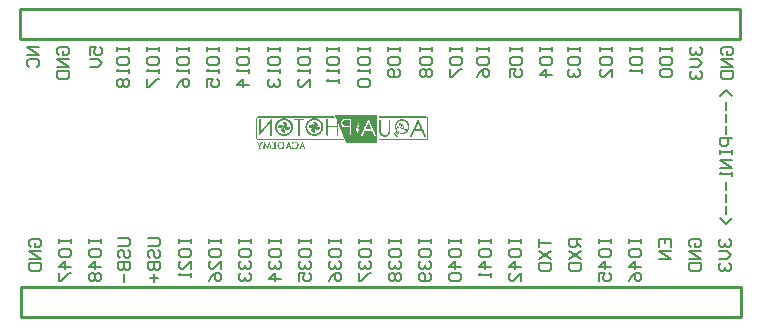
<source format=gbo>
G04*
G04 #@! TF.GenerationSoftware,Altium Limited,Altium Designer,24.7.2 (38)*
G04*
G04 Layer_Color=32896*
%FSLAX25Y25*%
%MOIN*%
G70*
G04*
G04 #@! TF.SameCoordinates,4F91C874-3C4E-4DED-96D1-C94EC6773432*
G04*
G04*
G04 #@! TF.FilePolarity,Positive*
G04*
G01*
G75*
%ADD10C,0.01000*%
%ADD12C,0.00984*%
%ADD13C,0.00600*%
G36*
X138890Y66201D02*
X138964D01*
Y66127D01*
X139037D01*
Y65979D01*
X139111D01*
Y65905D01*
X138890D01*
Y65832D01*
X132467D01*
Y65905D01*
X132246D01*
Y65832D01*
X131877D01*
Y65905D01*
X131508D01*
Y65832D01*
X122354D01*
Y65905D01*
X122281D01*
Y65832D01*
X121764D01*
Y65905D01*
X121542D01*
Y65832D01*
X113348D01*
Y65758D01*
X113275D01*
Y65610D01*
X113201D01*
Y59040D01*
X113275D01*
Y58893D01*
X113348D01*
Y58819D01*
X113496D01*
Y58745D01*
X142064D01*
Y58376D01*
X113348D01*
Y58450D01*
X113201D01*
Y58524D01*
X113053D01*
Y58597D01*
X112979D01*
Y58671D01*
X112906D01*
Y58893D01*
X112832D01*
Y65758D01*
X112906D01*
Y65905D01*
X112979D01*
Y66053D01*
X113127D01*
Y66127D01*
X113201D01*
Y66201D01*
X113348D01*
Y66275D01*
X138890D01*
Y66201D01*
D02*
G37*
G36*
X160297Y63322D02*
X160223D01*
Y63469D01*
X160297D01*
Y63322D01*
D02*
G37*
G36*
X153137Y66644D02*
X153211D01*
Y57490D01*
X153137D01*
Y57416D01*
X143024D01*
Y57342D01*
X142950D01*
Y57416D01*
X142802D01*
Y57564D01*
X142728D01*
Y57785D01*
X142655D01*
Y57933D01*
X142581D01*
Y58081D01*
X142507D01*
Y58302D01*
X142433D01*
Y58450D01*
X142359D01*
Y58671D01*
X142285D01*
Y58819D01*
X142212D01*
Y59040D01*
X142138D01*
Y59188D01*
X142064D01*
Y59409D01*
X141990D01*
Y59557D01*
X141916D01*
Y59705D01*
X141842D01*
Y59926D01*
X141769D01*
Y60148D01*
X141695D01*
Y60295D01*
X141621D01*
Y60443D01*
X141547D01*
Y60664D01*
X141473D01*
Y60812D01*
X141400D01*
Y61033D01*
X141326D01*
Y61255D01*
X141252D01*
Y61403D01*
X141178D01*
Y61550D01*
X141104D01*
Y61772D01*
X141031D01*
Y61919D01*
X140957D01*
Y62141D01*
X140883D01*
Y62288D01*
X140809D01*
Y62510D01*
X140735D01*
Y62657D01*
X140661D01*
Y62879D01*
X140588D01*
Y63027D01*
X140514D01*
Y63174D01*
X140440D01*
Y63396D01*
X140366D01*
Y63617D01*
X140292D01*
Y59852D01*
X139702D01*
Y59926D01*
X139628D01*
Y60000D01*
X139702D01*
Y62584D01*
X136897D01*
Y59926D01*
X136823D01*
Y59852D01*
X136306D01*
Y59926D01*
X136232D01*
Y65463D01*
X136306D01*
Y65536D01*
X136897D01*
Y63174D01*
X139702D01*
Y64281D01*
X139628D01*
Y64355D01*
X139702D01*
Y64872D01*
X139776D01*
Y65020D01*
X139702D01*
Y65241D01*
X139628D01*
Y65389D01*
X139554D01*
Y65610D01*
X139480D01*
Y65758D01*
X139407D01*
Y65905D01*
X139333D01*
Y66127D01*
X139259D01*
Y66348D01*
X139185D01*
Y66717D01*
X153137D01*
Y66644D01*
D02*
G37*
G36*
X160740Y62141D02*
X160592D01*
Y62215D01*
X160740D01*
Y62141D01*
D02*
G37*
G36*
X160962Y61993D02*
X160888D01*
Y62067D01*
X160962D01*
Y61993D01*
D02*
G37*
G36*
X162069Y61550D02*
X161995D01*
Y61624D01*
X162069D01*
Y61550D01*
D02*
G37*
G36*
X161995Y61476D02*
X161921D01*
Y61550D01*
X161995D01*
Y61476D01*
D02*
G37*
G36*
X118147Y59926D02*
X118073D01*
Y59852D01*
X117556D01*
Y59926D01*
X117482D01*
Y63986D01*
X117409D01*
Y63912D01*
X117335D01*
Y63839D01*
X117261D01*
Y63691D01*
X117113D01*
Y63543D01*
X117039D01*
Y63469D01*
X116966D01*
Y63396D01*
X116892D01*
Y63322D01*
X116818D01*
Y63248D01*
X116744D01*
Y63174D01*
X116670D01*
Y63027D01*
X116596D01*
Y62953D01*
X116523D01*
Y62879D01*
X116449D01*
Y62805D01*
X116375D01*
Y62731D01*
X116301D01*
Y62657D01*
X116227D01*
Y62510D01*
X116080D01*
Y62362D01*
X116006D01*
Y62288D01*
X115932D01*
Y62215D01*
X115858D01*
Y62141D01*
X115784D01*
Y62067D01*
X115711D01*
Y61993D01*
X115637D01*
Y61919D01*
X115563D01*
Y61772D01*
X115489D01*
Y61698D01*
X115415D01*
Y61624D01*
X115341D01*
Y61550D01*
X115268D01*
Y61476D01*
X115194D01*
Y61403D01*
X115120D01*
Y61255D01*
X115046D01*
Y61181D01*
X114972D01*
Y61107D01*
X114899D01*
Y61033D01*
X114825D01*
Y60960D01*
X114751D01*
Y60886D01*
X114677D01*
Y60738D01*
X114603D01*
Y60664D01*
X114530D01*
Y60590D01*
X114456D01*
Y60517D01*
X114382D01*
Y60443D01*
X114308D01*
Y60369D01*
X114234D01*
Y60295D01*
X114160D01*
Y60148D01*
X114087D01*
Y60074D01*
X114013D01*
Y60000D01*
X113939D01*
Y59926D01*
X113865D01*
Y59852D01*
X113717D01*
Y65536D01*
X114308D01*
Y61329D01*
X114382D01*
Y61403D01*
X114456D01*
Y61550D01*
X114530D01*
Y61624D01*
X114603D01*
Y61698D01*
X114677D01*
Y61772D01*
X114751D01*
Y61845D01*
X114825D01*
Y61919D01*
X114899D01*
Y61993D01*
X114972D01*
Y62141D01*
X115046D01*
Y62215D01*
X115120D01*
Y62288D01*
X115194D01*
Y62362D01*
X115268D01*
Y62436D01*
X115341D01*
Y62510D01*
X115415D01*
Y62584D01*
X115489D01*
Y62731D01*
X115563D01*
Y62805D01*
X115637D01*
Y62879D01*
X115711D01*
Y62953D01*
X115784D01*
Y63027D01*
X115858D01*
Y63100D01*
X115932D01*
Y63174D01*
X116006D01*
Y63322D01*
X116080D01*
Y63396D01*
X116154D01*
Y63469D01*
X116227D01*
Y63543D01*
X116301D01*
Y63617D01*
X116375D01*
Y63691D01*
X116449D01*
Y63839D01*
X116523D01*
Y63912D01*
X116596D01*
Y63986D01*
X116670D01*
Y64060D01*
X116744D01*
Y64134D01*
X116818D01*
Y64208D01*
X116892D01*
Y64281D01*
X116966D01*
Y64429D01*
X117039D01*
Y64503D01*
X117113D01*
Y64577D01*
X117187D01*
Y64651D01*
X117261D01*
Y64724D01*
X117335D01*
Y64798D01*
X117409D01*
Y64946D01*
X117482D01*
Y65020D01*
X117556D01*
Y65093D01*
X117630D01*
Y65167D01*
X117704D01*
Y65241D01*
X117778D01*
Y65315D01*
X117851D01*
Y65389D01*
X117925D01*
Y65536D01*
X118147D01*
Y59926D01*
D02*
G37*
G36*
X160297Y61403D02*
X160371D01*
Y61329D01*
X160445D01*
Y61181D01*
X160371D01*
Y60960D01*
X160297D01*
Y60812D01*
X160223D01*
Y60738D01*
X160297D01*
Y60664D01*
X160445D01*
Y60590D01*
X160519D01*
Y60443D01*
X160592D01*
Y60369D01*
X160519D01*
Y60221D01*
X160371D01*
Y60295D01*
X160297D01*
Y60369D01*
X160150D01*
Y60443D01*
X160076D01*
Y60517D01*
X160002D01*
Y60590D01*
X159928D01*
Y60664D01*
X159781D01*
Y60738D01*
X159707D01*
Y60812D01*
X159633D01*
Y60886D01*
X159559D01*
Y60960D01*
X159411D01*
Y61107D01*
X159338D01*
Y61255D01*
X159411D01*
Y61329D01*
X159633D01*
Y61255D01*
X159707D01*
Y61181D01*
X159781D01*
Y61107D01*
X159854D01*
Y61033D01*
X160076D01*
Y61476D01*
X160297D01*
Y61403D01*
D02*
G37*
G36*
X161921Y65315D02*
X162216D01*
Y65241D01*
X162438D01*
Y65167D01*
X162586D01*
Y65093D01*
X162659D01*
Y65020D01*
X162807D01*
Y64946D01*
X162881D01*
Y64872D01*
X163029D01*
Y64798D01*
X163102D01*
Y64724D01*
X163176D01*
Y64651D01*
X163250D01*
Y64577D01*
X163324D01*
Y64503D01*
X163398D01*
Y64355D01*
X163471D01*
Y64281D01*
X163545D01*
Y64134D01*
X163619D01*
Y63986D01*
X163693D01*
Y63839D01*
X163767D01*
Y63543D01*
X163841D01*
Y63322D01*
X163914D01*
Y62436D01*
X163841D01*
Y62141D01*
X163767D01*
Y61919D01*
X163693D01*
Y61772D01*
X163619D01*
Y61624D01*
X163545D01*
Y61476D01*
X163471D01*
Y61403D01*
X163398D01*
Y61329D01*
X163324D01*
Y61181D01*
X163250D01*
Y61107D01*
X163176D01*
Y61033D01*
X163102D01*
Y60960D01*
X163029D01*
Y60886D01*
X162955D01*
Y60812D01*
X162881D01*
Y60738D01*
X162733D01*
Y60664D01*
X162659D01*
Y60590D01*
X162438D01*
Y60517D01*
X162290D01*
Y60443D01*
X162069D01*
Y60369D01*
X161257D01*
Y60443D01*
X161035D01*
Y60517D01*
X160814D01*
Y60590D01*
X160592D01*
Y60664D01*
X160519D01*
Y60812D01*
X160592D01*
Y60886D01*
X160666D01*
Y60960D01*
X160888D01*
Y60886D01*
X161183D01*
Y60812D01*
X161847D01*
Y60886D01*
X162143D01*
Y60960D01*
X162290D01*
Y61033D01*
X162438D01*
Y61107D01*
X162512D01*
Y61181D01*
X162659D01*
Y61255D01*
X162733D01*
Y61329D01*
X162807D01*
Y61403D01*
X162881D01*
Y61476D01*
X162955D01*
Y61624D01*
X163029D01*
Y61698D01*
X163102D01*
Y61845D01*
X163176D01*
Y61993D01*
X163250D01*
Y62215D01*
X163324D01*
Y62436D01*
X163398D01*
Y63174D01*
X163324D01*
Y63396D01*
X163250D01*
Y63617D01*
X163176D01*
Y63839D01*
X163102D01*
Y63912D01*
X163029D01*
Y64060D01*
X162955D01*
Y64134D01*
X162881D01*
Y64208D01*
X162807D01*
Y64281D01*
X162733D01*
Y64355D01*
X162659D01*
Y64429D01*
X162586D01*
Y64503D01*
X162512D01*
Y64577D01*
X162364D01*
Y64651D01*
X162216D01*
Y64724D01*
X161995D01*
Y64798D01*
X160962D01*
Y64724D01*
X160740D01*
Y64651D01*
X160592D01*
Y64577D01*
X160445D01*
Y64503D01*
X160297D01*
Y64429D01*
X160223D01*
Y64355D01*
X160150D01*
Y64281D01*
X160076D01*
Y64208D01*
X160002D01*
Y64134D01*
X159928D01*
Y63986D01*
X159854D01*
Y63912D01*
X159781D01*
Y63765D01*
X159707D01*
Y63543D01*
X159633D01*
Y63322D01*
X159559D01*
Y62731D01*
X159633D01*
Y62805D01*
X159707D01*
Y62731D01*
X159781D01*
Y62657D01*
X159928D01*
Y62584D01*
X160150D01*
Y62510D01*
X160223D01*
Y62584D01*
X160297D01*
Y62510D01*
X160371D01*
Y62584D01*
X160592D01*
Y62510D01*
X160666D01*
Y62584D01*
X160740D01*
Y62657D01*
X160888D01*
Y62731D01*
X161109D01*
Y62953D01*
X161183D01*
Y63174D01*
X161109D01*
Y63322D01*
X161035D01*
Y63396D01*
X160962D01*
Y63469D01*
X160814D01*
Y63543D01*
X160740D01*
Y62953D01*
X160592D01*
Y62879D01*
X160519D01*
Y62953D01*
X160371D01*
Y63027D01*
X160297D01*
Y62953D01*
X160150D01*
Y62879D01*
X159928D01*
Y62805D01*
X159854D01*
Y62953D01*
X159707D01*
Y63027D01*
X159928D01*
Y63100D01*
X160002D01*
Y63174D01*
X160150D01*
Y63248D01*
X160223D01*
Y63174D01*
X160371D01*
Y63248D01*
X160445D01*
Y63174D01*
X160592D01*
Y63396D01*
X160519D01*
Y63469D01*
X160445D01*
Y63396D01*
X160371D01*
Y63469D01*
X160297D01*
Y63691D01*
X160445D01*
Y63765D01*
X160519D01*
Y63839D01*
X160592D01*
Y63912D01*
X160814D01*
Y63986D01*
X160888D01*
Y63912D01*
X161257D01*
Y63839D01*
X161331D01*
Y63765D01*
X161405D01*
Y63691D01*
X161552D01*
Y63617D01*
X161700D01*
Y63396D01*
X161847D01*
Y63248D01*
X161774D01*
Y63174D01*
X161995D01*
Y62879D01*
X162069D01*
Y62584D01*
X162143D01*
Y62288D01*
X162216D01*
Y62215D01*
X162364D01*
Y62141D01*
X162438D01*
Y62067D01*
X162659D01*
Y61993D01*
X163102D01*
Y61919D01*
X163029D01*
Y61845D01*
X162955D01*
Y61698D01*
X162881D01*
Y61624D01*
X162733D01*
Y61550D01*
X162438D01*
Y61624D01*
X162216D01*
Y61698D01*
X162143D01*
Y61772D01*
X162069D01*
Y61845D01*
X161995D01*
Y61919D01*
X161921D01*
Y61993D01*
X161847D01*
Y62067D01*
X161774D01*
Y61993D01*
X161700D01*
Y61919D01*
X161552D01*
Y61993D01*
X161405D01*
Y62067D01*
X161331D01*
Y62141D01*
X161405D01*
Y62215D01*
X161257D01*
Y62362D01*
X161552D01*
Y62215D01*
X161626D01*
Y62288D01*
X161700D01*
Y63100D01*
X161626D01*
Y62953D01*
X161552D01*
Y62805D01*
X161478D01*
Y62731D01*
X161405D01*
Y62584D01*
X161257D01*
Y62510D01*
X161109D01*
Y62436D01*
X160962D01*
Y62362D01*
X160076D01*
Y62436D01*
X159854D01*
Y62510D01*
X159781D01*
Y62584D01*
X159633D01*
Y62657D01*
X159559D01*
Y62436D01*
X159633D01*
Y62141D01*
X159707D01*
Y61993D01*
X159781D01*
Y61845D01*
X159854D01*
Y61772D01*
X159928D01*
Y61403D01*
X159633D01*
Y61476D01*
X159559D01*
Y61624D01*
X159485D01*
Y61698D01*
X159411D01*
Y61845D01*
X159338D01*
Y62067D01*
X159264D01*
Y62215D01*
X159190D01*
Y62510D01*
X159116D01*
Y63248D01*
X159190D01*
Y63543D01*
X159264D01*
Y63765D01*
X159338D01*
Y63986D01*
X159411D01*
Y64134D01*
X159485D01*
Y64281D01*
X159559D01*
Y64355D01*
X159633D01*
Y64429D01*
X159707D01*
Y64503D01*
X159781D01*
Y64651D01*
X159854D01*
Y64724D01*
X160002D01*
Y64798D01*
X160076D01*
Y64872D01*
X160150D01*
Y64946D01*
X160223D01*
Y65020D01*
X160371D01*
Y65093D01*
X160445D01*
Y65167D01*
X160666D01*
Y65241D01*
X160814D01*
Y65315D01*
X161109D01*
Y65389D01*
X161921D01*
Y65315D01*
D02*
G37*
G36*
X157640Y65167D02*
X157566D01*
Y65093D01*
X157640D01*
Y65020D01*
X157566D01*
Y60812D01*
X157492D01*
Y60590D01*
X157418D01*
Y60369D01*
X157344D01*
Y60295D01*
X157271D01*
Y60148D01*
X157197D01*
Y60074D01*
X157123D01*
Y60000D01*
X157049D01*
Y59926D01*
X156902D01*
Y59852D01*
X156828D01*
Y59778D01*
X156754D01*
Y59705D01*
X156606D01*
Y59631D01*
X156385D01*
Y59557D01*
X156090D01*
Y59483D01*
X155278D01*
Y59557D01*
X155056D01*
Y59631D01*
X154835D01*
Y59705D01*
X154687D01*
Y59778D01*
X154613D01*
Y59852D01*
X154539D01*
Y59926D01*
X154466D01*
Y60000D01*
X154392D01*
Y60074D01*
X154318D01*
Y60148D01*
X154244D01*
Y60221D01*
X154170D01*
Y60369D01*
X154096D01*
Y60443D01*
X154023D01*
Y60664D01*
X153949D01*
Y61033D01*
X153875D01*
Y62731D01*
Y62805D01*
Y65241D01*
X154466D01*
Y61033D01*
X154539D01*
Y60812D01*
X154613D01*
Y60664D01*
X154687D01*
Y60590D01*
X154761D01*
Y60443D01*
X154909D01*
Y60369D01*
X154982D01*
Y60295D01*
X155056D01*
Y60221D01*
X155204D01*
Y60148D01*
X155499D01*
Y60074D01*
X155942D01*
Y60148D01*
X156163D01*
Y60221D01*
X156385D01*
Y60295D01*
X156459D01*
Y60369D01*
X156606D01*
Y60443D01*
X156680D01*
Y60517D01*
X156754D01*
Y60590D01*
X156828D01*
Y60738D01*
X156902D01*
Y61033D01*
X156975D01*
Y65241D01*
X157640D01*
Y65167D01*
D02*
G37*
G36*
X159338Y60886D02*
X159485D01*
Y60812D01*
X159559D01*
Y60738D01*
X159633D01*
Y60664D01*
X159707D01*
Y60590D01*
X159781D01*
Y60517D01*
X159854D01*
Y60443D01*
X160002D01*
Y60369D01*
X160076D01*
Y60295D01*
X160150D01*
Y60221D01*
X160223D01*
Y60148D01*
X160297D01*
Y59926D01*
X160223D01*
Y59852D01*
X160150D01*
Y59926D01*
X160002D01*
Y60000D01*
X159928D01*
Y60074D01*
X159854D01*
Y60148D01*
X159707D01*
Y60295D01*
X159559D01*
Y60369D01*
X159485D01*
Y60443D01*
X159411D01*
Y60517D01*
X159338D01*
Y60590D01*
X159264D01*
Y60664D01*
X159116D01*
Y60960D01*
X159338D01*
Y60886D01*
D02*
G37*
G36*
X128777Y64946D02*
X127522D01*
Y59926D01*
X127448D01*
Y59852D01*
X126931D01*
Y64946D01*
X125602D01*
Y65093D01*
X125676D01*
Y65167D01*
X125602D01*
Y65315D01*
X125676D01*
Y65389D01*
X125602D01*
Y65463D01*
X125676D01*
Y65536D01*
X128777D01*
Y64946D01*
D02*
G37*
G36*
X132984Y65536D02*
X133206D01*
Y65463D01*
X133353D01*
Y65389D01*
X133575D01*
Y65315D01*
X133722D01*
Y65241D01*
X133796D01*
Y65167D01*
X133944D01*
Y65093D01*
X134091D01*
Y65020D01*
X134165D01*
Y64946D01*
X134239D01*
Y64872D01*
X134313D01*
Y64798D01*
X134387D01*
Y64724D01*
X134461D01*
Y64651D01*
X134534D01*
Y64577D01*
X134608D01*
Y64503D01*
X134682D01*
Y64355D01*
X134756D01*
Y64281D01*
X134830D01*
Y64134D01*
X134904D01*
Y63986D01*
X134977D01*
Y63765D01*
X135051D01*
Y63617D01*
X135125D01*
Y63322D01*
X135199D01*
Y62067D01*
X135125D01*
Y61698D01*
X135051D01*
Y61550D01*
X134977D01*
Y61403D01*
X134904D01*
Y61255D01*
X134830D01*
Y61107D01*
X134756D01*
Y61033D01*
X134682D01*
Y60960D01*
X134608D01*
Y60812D01*
X134534D01*
Y60738D01*
X134461D01*
Y60664D01*
X134387D01*
Y60590D01*
X134313D01*
Y60517D01*
X134239D01*
Y60443D01*
X134165D01*
Y60369D01*
X134018D01*
Y60295D01*
X133944D01*
Y60221D01*
X133796D01*
Y60148D01*
X133722D01*
Y60074D01*
X133575D01*
Y60000D01*
X133353D01*
Y59926D01*
X133206D01*
Y59852D01*
X132837D01*
Y59778D01*
X131729D01*
Y59852D01*
X131360D01*
Y59926D01*
X131139D01*
Y60000D01*
X130991D01*
Y60074D01*
X130843D01*
Y60148D01*
X130696D01*
Y60221D01*
X130622D01*
Y60295D01*
X130474D01*
Y60369D01*
X130401D01*
Y60443D01*
X130327D01*
Y60517D01*
X130253D01*
Y60590D01*
X130105D01*
Y60738D01*
X130032D01*
Y60812D01*
X129958D01*
Y60886D01*
X129884D01*
Y60960D01*
X129810D01*
Y61107D01*
X129736D01*
Y61181D01*
X129662D01*
Y61329D01*
X129589D01*
Y61476D01*
X129515D01*
Y61624D01*
X129441D01*
Y61845D01*
X129367D01*
Y62288D01*
X129293D01*
Y63100D01*
X129367D01*
Y63543D01*
X129441D01*
Y63765D01*
X129515D01*
Y63912D01*
X129589D01*
Y64060D01*
X129662D01*
Y64208D01*
X129736D01*
Y64355D01*
X129810D01*
Y64429D01*
X129884D01*
Y64503D01*
X129958D01*
Y64651D01*
X130032D01*
Y64724D01*
X130105D01*
Y64798D01*
X130179D01*
Y64872D01*
X130327D01*
Y65020D01*
X130474D01*
Y65093D01*
X130548D01*
Y65167D01*
X130696D01*
Y65241D01*
X130770D01*
Y65315D01*
X130917D01*
Y65389D01*
X131139D01*
Y65463D01*
X131286D01*
Y65536D01*
X131582D01*
Y65610D01*
X132984D01*
Y65536D01*
D02*
G37*
G36*
X122871D02*
X123092D01*
Y65463D01*
X123314D01*
Y65389D01*
X123462D01*
Y65315D01*
X123609D01*
Y65241D01*
X123683D01*
Y65167D01*
X123831D01*
Y65093D01*
X123978D01*
Y65020D01*
X124052D01*
Y64946D01*
X124126D01*
Y64872D01*
X124200D01*
Y64798D01*
X124274D01*
Y64724D01*
X124347D01*
Y64651D01*
X124421D01*
Y64577D01*
X124495D01*
Y64429D01*
X124569D01*
Y64355D01*
X124643D01*
Y64208D01*
X124716D01*
Y64134D01*
X124790D01*
Y63986D01*
X124864D01*
Y63765D01*
X124938D01*
Y63617D01*
X125012D01*
Y63248D01*
X125086D01*
Y62067D01*
X125012D01*
Y61772D01*
X124938D01*
Y61550D01*
X124864D01*
Y61403D01*
X124790D01*
Y61255D01*
X124716D01*
Y61107D01*
X124643D01*
Y61033D01*
X124569D01*
Y60960D01*
X124495D01*
Y60812D01*
X124421D01*
Y60738D01*
X124347D01*
Y60664D01*
X124274D01*
Y60590D01*
X124200D01*
Y60517D01*
X124126D01*
Y60443D01*
X124052D01*
Y60369D01*
X123905D01*
Y60295D01*
X123831D01*
Y60221D01*
X123683D01*
Y60148D01*
X123609D01*
Y60074D01*
X123462D01*
Y60000D01*
X123240D01*
Y59926D01*
X123092D01*
Y59852D01*
X122650D01*
Y59778D01*
X121542D01*
Y59852D01*
X121247D01*
Y59926D01*
X121026D01*
Y60000D01*
X120878D01*
Y60074D01*
X120730D01*
Y60148D01*
X120583D01*
Y60221D01*
X120509D01*
Y60295D01*
X120361D01*
Y60369D01*
X120287D01*
Y60443D01*
X120214D01*
Y60517D01*
X120140D01*
Y60590D01*
X119992D01*
Y60664D01*
X119918D01*
Y60812D01*
X119844D01*
Y60886D01*
X119771D01*
Y60960D01*
X119697D01*
Y61107D01*
X119623D01*
Y61181D01*
X119549D01*
Y61329D01*
X119475D01*
Y61476D01*
X119402D01*
Y61624D01*
X119328D01*
Y61845D01*
X119254D01*
Y62288D01*
X119180D01*
Y63174D01*
X119254D01*
Y63617D01*
X119328D01*
Y63765D01*
X119402D01*
Y63912D01*
X119475D01*
Y64060D01*
X119549D01*
Y64208D01*
X119623D01*
Y64355D01*
X119697D01*
Y64429D01*
X119771D01*
Y64503D01*
X119844D01*
Y64651D01*
X119918D01*
Y64724D01*
X119992D01*
Y64798D01*
X120066D01*
Y64872D01*
X120140D01*
Y64946D01*
X120287D01*
Y65020D01*
X120361D01*
Y65093D01*
X120435D01*
Y65167D01*
X120583D01*
Y65241D01*
X120657D01*
Y65315D01*
X120804D01*
Y65389D01*
X121026D01*
Y65463D01*
X121173D01*
Y65536D01*
X121468D01*
Y65610D01*
X122871D01*
Y65536D01*
D02*
G37*
G36*
X166941Y65093D02*
X167015D01*
Y64946D01*
X167089D01*
Y64724D01*
X167162D01*
Y64577D01*
X167236D01*
Y64429D01*
X167310D01*
Y64281D01*
X167384D01*
Y64134D01*
X167458D01*
Y63986D01*
X167532D01*
Y63839D01*
X167605D01*
Y63617D01*
X167679D01*
Y63469D01*
X167753D01*
Y63322D01*
X167827D01*
Y63174D01*
X167901D01*
Y63027D01*
X167974D01*
Y62879D01*
X168048D01*
Y62731D01*
X168122D01*
Y62510D01*
X168196D01*
Y62362D01*
X168270D01*
Y62215D01*
X168343D01*
Y62067D01*
X168417D01*
Y61919D01*
X168491D01*
Y61772D01*
X168565D01*
Y61624D01*
X168639D01*
Y61476D01*
X168713D01*
Y61255D01*
X168786D01*
Y61107D01*
X168860D01*
Y60960D01*
X168934D01*
Y60812D01*
X169008D01*
Y60664D01*
X169082D01*
Y60517D01*
X169156D01*
Y60295D01*
X169229D01*
Y60221D01*
X169303D01*
Y60074D01*
X169377D01*
Y59852D01*
X169451D01*
Y59705D01*
X169525D01*
Y59557D01*
X168860D01*
Y59705D01*
X168786D01*
Y59852D01*
X168713D01*
Y60000D01*
X168639D01*
Y60148D01*
X168565D01*
Y60369D01*
X168491D01*
Y60517D01*
X168417D01*
Y60664D01*
X168343D01*
Y60812D01*
X168270D01*
Y60960D01*
X168196D01*
Y61107D01*
X168122D01*
Y61255D01*
X168048D01*
Y61403D01*
X165612D01*
Y61255D01*
X165538D01*
Y61033D01*
X165465D01*
Y60960D01*
X165391D01*
Y60812D01*
X165317D01*
Y60590D01*
X165243D01*
Y60443D01*
X165169D01*
Y60295D01*
X165095D01*
Y60148D01*
X165022D01*
Y60000D01*
X164948D01*
Y59852D01*
X164874D01*
Y59705D01*
X164800D01*
Y59557D01*
X164136D01*
Y59631D01*
X164210D01*
Y59778D01*
X164284D01*
Y60000D01*
X164357D01*
Y60148D01*
X164431D01*
Y60295D01*
X164505D01*
Y60443D01*
X164579D01*
Y60664D01*
X164653D01*
Y60738D01*
X164726D01*
Y60960D01*
X164800D01*
Y61107D01*
X164874D01*
Y61255D01*
X164948D01*
Y61403D01*
X165022D01*
Y61550D01*
X165095D01*
Y61698D01*
X165169D01*
Y61919D01*
X165243D01*
Y62067D01*
X165317D01*
Y62215D01*
X165391D01*
Y62362D01*
X165465D01*
Y62510D01*
X165538D01*
Y62731D01*
X165612D01*
Y62879D01*
X165686D01*
Y63027D01*
X165760D01*
Y63100D01*
Y63174D01*
X165834D01*
Y63322D01*
X165908D01*
Y63469D01*
X165981D01*
Y63617D01*
X166055D01*
Y63765D01*
X166129D01*
Y63912D01*
X166203D01*
Y64060D01*
X166277D01*
Y64281D01*
X166350D01*
Y64429D01*
X166424D01*
Y64577D01*
X166498D01*
Y64724D01*
X166572D01*
Y64946D01*
X166646D01*
Y65093D01*
X166719D01*
Y65167D01*
X166941D01*
Y65093D01*
D02*
G37*
G36*
X159042Y60590D02*
X159116D01*
Y60517D01*
X159190D01*
Y60443D01*
X159264D01*
Y60369D01*
X159411D01*
Y60295D01*
X159485D01*
Y60221D01*
X159559D01*
Y60148D01*
X159633D01*
Y60074D01*
X159707D01*
Y60000D01*
X159854D01*
Y59926D01*
X159928D01*
Y59852D01*
X160002D01*
Y59778D01*
X160076D01*
Y59631D01*
X160002D01*
Y59557D01*
X159781D01*
Y59483D01*
X159485D01*
Y59557D01*
X159411D01*
Y59631D01*
X159264D01*
Y59705D01*
X159190D01*
Y59778D01*
X159116D01*
Y59852D01*
X159042D01*
Y59926D01*
X158968D01*
Y60000D01*
X158895D01*
Y60074D01*
X158821D01*
Y60221D01*
X158895D01*
Y60369D01*
X158821D01*
Y60590D01*
X158895D01*
Y60664D01*
X159042D01*
Y60590D01*
D02*
G37*
G36*
X169598Y66201D02*
X169820D01*
Y66127D01*
X169894D01*
Y66053D01*
X169967D01*
Y65979D01*
X170041D01*
Y65905D01*
X170115D01*
Y65758D01*
X170189D01*
Y58893D01*
X170115D01*
Y58745D01*
X170041D01*
Y58597D01*
X169967D01*
Y58524D01*
X169820D01*
Y58450D01*
X169672D01*
Y58376D01*
X153654D01*
Y58745D01*
X169525D01*
Y58819D01*
X169672D01*
Y58893D01*
X169746D01*
Y59040D01*
X169820D01*
Y65610D01*
X169746D01*
Y65758D01*
X169672D01*
Y65832D01*
X169377D01*
Y65905D01*
X169229D01*
Y65832D01*
X169082D01*
Y65905D01*
X169008D01*
Y65832D01*
X161331D01*
Y65905D01*
X160740D01*
Y65832D01*
X154244D01*
Y65905D01*
X154170D01*
Y65832D01*
X154096D01*
Y65905D01*
X153801D01*
Y65979D01*
X153727D01*
Y66053D01*
X153654D01*
Y66275D01*
X169598D01*
Y66201D01*
D02*
G37*
G36*
X119623Y57712D02*
X119402D01*
Y57564D01*
X119328D01*
Y56235D01*
Y56161D01*
Y55792D01*
X119402D01*
Y55571D01*
X119623D01*
Y55497D01*
X118147D01*
Y55940D01*
X118220D01*
Y55792D01*
X118294D01*
Y55718D01*
X118885D01*
Y55792D01*
X118959D01*
Y56604D01*
X118516D01*
Y56530D01*
X118442D01*
Y56457D01*
X118368D01*
Y56309D01*
X118294D01*
Y56604D01*
X118220D01*
Y56900D01*
X118368D01*
Y56826D01*
X118442D01*
Y56752D01*
X118959D01*
Y57638D01*
X118516D01*
Y57564D01*
X118368D01*
Y57342D01*
X118294D01*
Y57490D01*
X118220D01*
Y57785D01*
X119623D01*
Y57712D01*
D02*
G37*
G36*
X115194D02*
X115046D01*
Y57638D01*
X114972D01*
Y57564D01*
X114899D01*
Y57490D01*
X114825D01*
Y57342D01*
X114751D01*
Y57269D01*
X114677D01*
Y57121D01*
X114603D01*
Y56973D01*
X114530D01*
Y56900D01*
X114456D01*
Y56752D01*
X114382D01*
Y56604D01*
X114308D01*
Y56383D01*
X114234D01*
Y55718D01*
X114308D01*
Y55571D01*
X114530D01*
Y55497D01*
X113496D01*
Y55571D01*
X113791D01*
Y55718D01*
X113865D01*
Y56457D01*
X113791D01*
Y56678D01*
X113717D01*
Y56826D01*
X113644D01*
Y56900D01*
X113570D01*
Y57047D01*
X113496D01*
Y57195D01*
X113422D01*
Y57342D01*
X113348D01*
Y57416D01*
X113275D01*
Y57564D01*
X113201D01*
Y57638D01*
X113053D01*
Y57712D01*
X112906D01*
Y57785D01*
X113644D01*
Y57712D01*
X113496D01*
Y57564D01*
X113570D01*
Y57416D01*
X113644D01*
Y57269D01*
X113717D01*
Y57121D01*
X113791D01*
Y56973D01*
X113865D01*
Y56900D01*
X113939D01*
Y56752D01*
X114013D01*
Y56826D01*
X114087D01*
Y56973D01*
X114160D01*
Y57121D01*
X114234D01*
Y57269D01*
X114308D01*
Y57416D01*
X114382D01*
Y57490D01*
X114456D01*
Y57564D01*
Y57638D01*
Y57712D01*
X114382D01*
Y57785D01*
X115194D01*
Y57712D01*
D02*
G37*
G36*
X117409Y57564D02*
X117482D01*
Y57047D01*
X117556D01*
Y56604D01*
X117630D01*
Y56088D01*
X117704D01*
Y55645D01*
X117778D01*
Y55571D01*
X117925D01*
Y55497D01*
X117187D01*
Y55571D01*
X117409D01*
Y56309D01*
X117335D01*
Y56826D01*
X117261D01*
Y56752D01*
X117187D01*
Y56530D01*
X117113D01*
Y56457D01*
X117039D01*
Y56235D01*
X116966D01*
Y56088D01*
X116892D01*
Y55940D01*
X116818D01*
Y55792D01*
X116744D01*
Y55645D01*
X116670D01*
Y55571D01*
X116596D01*
Y55497D01*
X116449D01*
Y55645D01*
X116375D01*
Y55792D01*
X116301D01*
Y55940D01*
X116227D01*
Y56088D01*
X116154D01*
Y56235D01*
X116080D01*
Y56457D01*
X116006D01*
Y56530D01*
X115932D01*
Y56752D01*
X115858D01*
Y56900D01*
X115784D01*
Y56457D01*
X115711D01*
Y55940D01*
X115637D01*
Y55571D01*
X115711D01*
Y55497D01*
X114899D01*
Y55571D01*
X115120D01*
Y55645D01*
X115194D01*
Y55792D01*
X115268D01*
Y56309D01*
X115341D01*
Y56752D01*
X115415D01*
Y57269D01*
X115489D01*
Y57785D01*
X115711D01*
Y57564D01*
X115784D01*
Y57416D01*
X115858D01*
Y57269D01*
X115932D01*
Y57121D01*
X116006D01*
Y56973D01*
X116080D01*
Y56826D01*
X116154D01*
Y56678D01*
X116227D01*
Y56530D01*
X116301D01*
Y56383D01*
X116375D01*
Y56235D01*
X116449D01*
Y56161D01*
X116523D01*
Y56309D01*
X116596D01*
Y56457D01*
X116670D01*
Y56604D01*
X116744D01*
Y56752D01*
X116818D01*
Y56900D01*
X116892D01*
Y57121D01*
X116966D01*
Y57195D01*
X117039D01*
Y57342D01*
X117113D01*
Y57490D01*
X117187D01*
Y57638D01*
X117261D01*
Y57785D01*
X117409D01*
Y57564D01*
D02*
G37*
G36*
X126193Y57712D02*
X126414D01*
Y57638D01*
X126562D01*
Y57564D01*
X126636D01*
Y57490D01*
X126710D01*
Y57416D01*
X126784D01*
Y57269D01*
X126857D01*
Y57195D01*
X126931D01*
Y56973D01*
X127005D01*
Y56309D01*
X126931D01*
Y56088D01*
X126857D01*
Y56014D01*
X126784D01*
Y55940D01*
X126710D01*
Y55792D01*
X126636D01*
Y55718D01*
X126488D01*
Y55645D01*
X126341D01*
Y55571D01*
X126119D01*
Y55497D01*
X125012D01*
Y55571D01*
X124938D01*
Y55940D01*
X124864D01*
Y56088D01*
X125012D01*
Y55940D01*
X125086D01*
Y55792D01*
X125233D01*
Y55718D01*
X125971D01*
Y55792D01*
X126119D01*
Y55866D01*
X126193D01*
Y55940D01*
X126267D01*
Y56014D01*
X126341D01*
Y56161D01*
X126414D01*
Y56235D01*
X126488D01*
Y56530D01*
X126562D01*
Y56900D01*
X126488D01*
Y57195D01*
X126414D01*
Y57342D01*
X126341D01*
Y57416D01*
X126267D01*
Y57490D01*
X126119D01*
Y57564D01*
X125898D01*
Y57638D01*
X125529D01*
Y57564D01*
X125307D01*
Y57490D01*
X125159D01*
Y57416D01*
X125086D01*
Y57269D01*
X125012D01*
Y57121D01*
X124938D01*
Y57638D01*
X124864D01*
Y57712D01*
X125012D01*
Y57785D01*
X126193D01*
Y57712D01*
D02*
G37*
G36*
X128334Y57638D02*
X128408D01*
Y57416D01*
X128481D01*
Y57195D01*
X128555D01*
Y57047D01*
X128629D01*
Y56900D01*
X128703D01*
Y56678D01*
X128777D01*
Y56530D01*
X128850D01*
Y56309D01*
X128924D01*
Y56088D01*
X128998D01*
Y55940D01*
X129072D01*
Y55792D01*
X129146D01*
Y55645D01*
X129293D01*
Y55571D01*
X129441D01*
Y55497D01*
X128629D01*
Y55571D01*
X128850D01*
Y55792D01*
X128777D01*
Y55940D01*
X128703D01*
Y56161D01*
X128629D01*
Y56235D01*
X127965D01*
Y56014D01*
X127891D01*
Y55866D01*
X127817D01*
Y55645D01*
X127743D01*
Y55571D01*
X127817D01*
Y55497D01*
X127005D01*
Y55571D01*
X127226D01*
Y55645D01*
X127300D01*
Y55792D01*
X127374D01*
Y55866D01*
X127448D01*
Y56088D01*
X127522D01*
Y56309D01*
X127595D01*
Y56457D01*
X127669D01*
Y56604D01*
X127743D01*
Y56826D01*
X127817D01*
Y56973D01*
X127891D01*
Y57195D01*
X127965D01*
Y57342D01*
X128038D01*
Y57564D01*
X128112D01*
Y57712D01*
X128186D01*
Y57785D01*
X128334D01*
Y57638D01*
D02*
G37*
G36*
X123757D02*
X123831D01*
Y57416D01*
X123905D01*
Y57269D01*
X123978D01*
Y57047D01*
X124052D01*
Y56900D01*
X124126D01*
Y56678D01*
X124200D01*
Y56530D01*
X124274D01*
Y56309D01*
X124347D01*
Y56161D01*
X124421D01*
Y55940D01*
X124495D01*
Y55792D01*
X124569D01*
Y55645D01*
X124643D01*
Y55571D01*
X124864D01*
Y55497D01*
X124052D01*
Y55571D01*
X124274D01*
Y55792D01*
X124200D01*
Y55940D01*
X124126D01*
Y56161D01*
X124052D01*
Y56235D01*
X123388D01*
Y56088D01*
X123314D01*
Y55866D01*
X123240D01*
Y55718D01*
X123166D01*
Y55571D01*
X123240D01*
Y55497D01*
X122428D01*
Y55571D01*
X122650D01*
Y55645D01*
X122723D01*
Y55718D01*
X122797D01*
Y55866D01*
X122871D01*
Y56088D01*
X122945D01*
Y56235D01*
X123019D01*
Y56309D01*
Y56457D01*
X123092D01*
Y56604D01*
X123166D01*
Y56826D01*
X123240D01*
Y56973D01*
X123314D01*
Y57195D01*
X123388D01*
Y57416D01*
X123462D01*
Y57564D01*
X123535D01*
Y57712D01*
X123609D01*
Y57785D01*
X123757D01*
Y57638D01*
D02*
G37*
G36*
X122354Y57712D02*
X122133D01*
Y57564D01*
X122059D01*
Y57490D01*
Y57416D01*
Y55792D01*
X122133D01*
Y55571D01*
X122354D01*
Y55497D01*
X121690D01*
Y55423D01*
X121542D01*
Y55497D01*
X120804D01*
Y55571D01*
X120583D01*
Y55645D01*
X120435D01*
Y55718D01*
X120361D01*
Y55792D01*
X120287D01*
Y55866D01*
X120214D01*
Y55940D01*
X120140D01*
Y56014D01*
X120066D01*
Y56235D01*
X119992D01*
Y56530D01*
X119918D01*
Y56826D01*
X119992D01*
Y57121D01*
X120066D01*
Y57342D01*
X120140D01*
Y57416D01*
X120214D01*
Y57490D01*
X120287D01*
Y57564D01*
X120361D01*
Y57638D01*
X120509D01*
Y57712D01*
X120730D01*
Y57785D01*
X122354D01*
Y57712D01*
D02*
G37*
%LPC*%
G36*
X147158Y64208D02*
X147084D01*
Y64134D01*
X147010D01*
Y63986D01*
X147084D01*
Y64060D01*
X147158D01*
Y64208D01*
D02*
G37*
G36*
X147010Y63986D02*
X146936D01*
Y63912D01*
X146862D01*
Y63765D01*
X146788D01*
Y63691D01*
X146715D01*
Y63543D01*
X146641D01*
Y63469D01*
X146567D01*
Y63322D01*
X146493D01*
Y63248D01*
X146419D01*
Y63100D01*
X146345D01*
Y63027D01*
X146272D01*
Y62953D01*
X146641D01*
Y62879D01*
X146567D01*
Y62731D01*
X146493D01*
Y62584D01*
X146419D01*
Y62436D01*
X146345D01*
Y62288D01*
X146272D01*
Y62141D01*
X146198D01*
Y61993D01*
X146124D01*
Y61845D01*
X146050D01*
Y61698D01*
X145976D01*
Y61476D01*
X145903D01*
Y61329D01*
X146124D01*
Y61403D01*
X146345D01*
Y61476D01*
X146493D01*
Y61550D01*
X146567D01*
Y61255D01*
X146493D01*
Y61033D01*
X146419D01*
Y60738D01*
X146345D01*
Y60443D01*
X146419D01*
Y60590D01*
X146493D01*
Y60738D01*
X146567D01*
Y60886D01*
X146641D01*
Y60960D01*
X146715D01*
Y61107D01*
X146788D01*
Y61255D01*
X146862D01*
Y61403D01*
X146936D01*
Y61550D01*
X147010D01*
Y61698D01*
X147084D01*
Y61772D01*
X147158D01*
Y61919D01*
X147231D01*
Y62067D01*
X146862D01*
Y62141D01*
X146715D01*
Y62288D01*
X146788D01*
Y62436D01*
X146862D01*
Y62584D01*
X146936D01*
Y62731D01*
X147010D01*
Y62953D01*
X147084D01*
Y63100D01*
X147158D01*
Y63248D01*
X147231D01*
Y63396D01*
X147010D01*
Y63322D01*
X146788D01*
Y63469D01*
X146862D01*
Y63617D01*
X146936D01*
Y63765D01*
X147010D01*
Y63986D01*
D02*
G37*
G36*
X144500Y65536D02*
X142359D01*
Y65463D01*
X141990D01*
Y65389D01*
X141842D01*
Y65315D01*
X141695D01*
Y65241D01*
X141547D01*
Y65167D01*
X141473D01*
Y65093D01*
X141400D01*
Y65020D01*
X141326D01*
Y64872D01*
X141252D01*
Y64798D01*
X141178D01*
Y64577D01*
X141104D01*
Y64281D01*
X141031D01*
Y63839D01*
X141104D01*
Y63543D01*
X141178D01*
Y63396D01*
X141252D01*
Y63248D01*
X141326D01*
Y63174D01*
X141400D01*
Y63027D01*
X141473D01*
Y62953D01*
X141621D01*
Y62879D01*
X141695D01*
Y62805D01*
X141842D01*
Y62731D01*
X142064D01*
Y62657D01*
X142581D01*
Y62584D01*
X143983D01*
Y60000D01*
X144500D01*
Y65536D01*
D02*
G37*
G36*
X150332Y65241D02*
X150184D01*
Y65093D01*
X150110D01*
Y64946D01*
X150036D01*
Y64798D01*
X149963D01*
Y64651D01*
X149889D01*
Y64429D01*
X149815D01*
Y64281D01*
X149741D01*
Y64134D01*
X149667D01*
Y63986D01*
X149593D01*
Y63839D01*
X149520D01*
Y63617D01*
X149446D01*
Y63469D01*
X149372D01*
Y63322D01*
X149298D01*
Y63248D01*
Y63174D01*
X149224D01*
Y63027D01*
X149151D01*
Y62879D01*
X149077D01*
Y62731D01*
X149003D01*
Y62584D01*
X148929D01*
Y62436D01*
X148855D01*
Y62215D01*
X148782D01*
Y62067D01*
X148708D01*
Y61919D01*
X148634D01*
Y61772D01*
X148560D01*
Y61624D01*
X148486D01*
Y61476D01*
X148412D01*
Y61255D01*
X148339D01*
Y61107D01*
X148265D01*
Y60960D01*
X148191D01*
Y60812D01*
X148117D01*
Y60664D01*
X148043D01*
Y60517D01*
X147969D01*
Y60295D01*
X147896D01*
Y60148D01*
X147822D01*
Y60000D01*
X147748D01*
Y59852D01*
X147674D01*
Y59705D01*
X147600D01*
Y59631D01*
X148191D01*
Y59705D01*
X148265D01*
Y59852D01*
X148339D01*
Y60074D01*
X148412D01*
Y60221D01*
X148486D01*
Y60369D01*
X148560D01*
Y60517D01*
X148634D01*
Y60664D01*
X148708D01*
Y60812D01*
X148782D01*
Y60960D01*
X148855D01*
Y61181D01*
X148929D01*
Y61329D01*
X149003D01*
Y61476D01*
X151513D01*
Y61403D01*
X151587D01*
Y61181D01*
X151660D01*
Y61033D01*
X151734D01*
Y60886D01*
X151808D01*
Y60738D01*
X151882D01*
Y60590D01*
X151956D01*
Y60369D01*
X152030D01*
Y60221D01*
X152103D01*
Y60074D01*
X152177D01*
Y59926D01*
X152251D01*
Y59778D01*
X152325D01*
Y59631D01*
X152915D01*
Y59778D01*
X152841D01*
Y59926D01*
X152768D01*
Y60074D01*
X152694D01*
Y60221D01*
X152620D01*
Y60443D01*
X152546D01*
Y60590D01*
X152472D01*
Y60664D01*
X152399D01*
Y60886D01*
X152325D01*
Y61033D01*
X152251D01*
Y61181D01*
X152177D01*
Y61329D01*
X152103D01*
Y61476D01*
X152030D01*
Y61624D01*
X151956D01*
Y61845D01*
X151882D01*
Y61993D01*
X151808D01*
Y62141D01*
X151734D01*
Y62288D01*
X151660D01*
Y62436D01*
X151587D01*
Y62584D01*
X151513D01*
Y62731D01*
X151439D01*
Y62879D01*
X151365D01*
Y63027D01*
X151291D01*
Y63248D01*
X151217D01*
Y63396D01*
X151144D01*
Y63543D01*
X151070D01*
Y63691D01*
X150996D01*
Y63839D01*
X150922D01*
Y63986D01*
X150848D01*
Y64208D01*
X150775D01*
Y64355D01*
X150701D01*
Y64503D01*
X150627D01*
Y64651D01*
X150553D01*
Y64798D01*
X150479D01*
Y64946D01*
X150406D01*
Y65093D01*
X150332D01*
Y65241D01*
D02*
G37*
%LPD*%
G36*
X143983Y63100D02*
X142359D01*
Y63174D01*
X142138D01*
Y63248D01*
X141990D01*
Y63322D01*
X141916D01*
Y63396D01*
X141842D01*
Y63469D01*
X141769D01*
Y63543D01*
X141695D01*
Y63691D01*
X141621D01*
Y64429D01*
X141695D01*
Y64577D01*
X141769D01*
Y64651D01*
X141842D01*
Y64724D01*
X141916D01*
Y64798D01*
X141990D01*
Y64872D01*
X142064D01*
Y64946D01*
X142433D01*
Y65020D01*
X143983D01*
Y63100D01*
D02*
G37*
G36*
X150332Y63839D02*
X150406D01*
Y63765D01*
X150479D01*
Y63543D01*
X150553D01*
Y63396D01*
X150627D01*
Y63248D01*
X150701D01*
Y63100D01*
X150775D01*
Y62953D01*
X150848D01*
Y62805D01*
X150922D01*
Y62584D01*
X150996D01*
Y62436D01*
X151070D01*
Y62288D01*
X151144D01*
Y62141D01*
X151217D01*
Y61993D01*
X149298D01*
Y62141D01*
X149372D01*
Y62215D01*
X149446D01*
Y62436D01*
X149520D01*
Y62584D01*
X149593D01*
Y62731D01*
X149667D01*
Y62879D01*
X149741D01*
Y63027D01*
X149815D01*
Y63174D01*
X149889D01*
Y63248D01*
Y63396D01*
X149963D01*
Y63543D01*
X150036D01*
Y63691D01*
X150110D01*
Y63839D01*
X150184D01*
Y63986D01*
X150332D01*
Y63839D01*
D02*
G37*
%LPC*%
G36*
X161035Y63543D02*
X160962D01*
Y63469D01*
X161035D01*
Y63543D01*
D02*
G37*
G36*
X132837Y65020D02*
X131729D01*
Y64946D01*
X131508D01*
Y64872D01*
X131360D01*
Y64798D01*
X131139D01*
Y64724D01*
X130991D01*
Y64651D01*
X130917D01*
Y64577D01*
X130843D01*
Y64503D01*
X130696D01*
Y64429D01*
X130622D01*
Y64355D01*
X130548D01*
Y64281D01*
X130474D01*
Y64208D01*
X130401D01*
Y64060D01*
X130327D01*
Y63986D01*
X130253D01*
Y63912D01*
X130179D01*
Y63691D01*
X130105D01*
Y63543D01*
X130032D01*
Y63322D01*
X129958D01*
Y63027D01*
Y62953D01*
Y62067D01*
X130032D01*
Y61845D01*
X130105D01*
Y61698D01*
X130179D01*
Y61550D01*
X130253D01*
Y61403D01*
X130327D01*
Y61329D01*
X130401D01*
Y61181D01*
X130474D01*
Y61107D01*
X130548D01*
Y61033D01*
X130622D01*
Y60960D01*
X130696D01*
Y60886D01*
X130843D01*
Y60812D01*
X130917D01*
Y60738D01*
X130991D01*
Y60664D01*
X131139D01*
Y60590D01*
X131286D01*
Y60517D01*
X131508D01*
Y60443D01*
X131803D01*
Y60369D01*
X132763D01*
Y60443D01*
X133058D01*
Y60517D01*
X133206D01*
Y60590D01*
X133353D01*
Y60664D01*
X133501D01*
Y60738D01*
X133649D01*
Y60812D01*
X133722D01*
Y60886D01*
X133796D01*
Y60960D01*
X133870D01*
Y61033D01*
X133944D01*
Y61107D01*
X134018D01*
Y61181D01*
X134091D01*
Y61255D01*
X134165D01*
Y61329D01*
X134239D01*
Y61476D01*
X134313D01*
Y61624D01*
X134387D01*
Y61772D01*
X134461D01*
Y61919D01*
X134534D01*
Y62215D01*
X134608D01*
Y63100D01*
X134534D01*
Y63396D01*
X134461D01*
Y63617D01*
X134387D01*
Y63765D01*
X134313D01*
Y63912D01*
X134239D01*
Y63986D01*
X134165D01*
Y64134D01*
X134091D01*
Y64208D01*
X134018D01*
Y64281D01*
X133944D01*
Y64355D01*
X133870D01*
Y64429D01*
X133796D01*
Y64503D01*
X133722D01*
Y64577D01*
X133575D01*
Y64651D01*
X133501D01*
Y64724D01*
X133353D01*
Y64798D01*
X133206D01*
Y64872D01*
X133058D01*
Y64946D01*
X132837D01*
Y65020D01*
D02*
G37*
%LPD*%
G36*
X132467Y64355D02*
X132615D01*
Y64281D01*
X132837D01*
Y64208D01*
X132984D01*
Y64134D01*
X133058D01*
Y64060D01*
X133132D01*
Y63986D01*
X133206D01*
Y63912D01*
X133280D01*
Y63765D01*
X133353D01*
Y63543D01*
X133427D01*
Y63322D01*
X133353D01*
Y63100D01*
X133280D01*
Y63027D01*
X133206D01*
Y62953D01*
X133132D01*
Y62879D01*
X132984D01*
Y62805D01*
X132615D01*
Y62731D01*
X132689D01*
Y62657D01*
X133206D01*
Y62731D01*
X133501D01*
Y62805D01*
X133796D01*
Y62879D01*
X134313D01*
Y62584D01*
X134239D01*
Y62215D01*
X134165D01*
Y62067D01*
X134018D01*
Y61919D01*
X133944D01*
Y61845D01*
X133796D01*
Y61772D01*
X133722D01*
Y61698D01*
X133575D01*
Y61624D01*
X132910D01*
Y61698D01*
X132837D01*
Y61772D01*
X132689D01*
Y61845D01*
Y61919D01*
X132615D01*
Y62067D01*
X132541D01*
Y62288D01*
X132394D01*
Y62141D01*
X132320D01*
Y61993D01*
X132394D01*
Y61624D01*
X132467D01*
Y61403D01*
X132541D01*
Y61181D01*
X132615D01*
Y60812D01*
X132467D01*
Y60738D01*
X132172D01*
Y60812D01*
X131951D01*
Y60886D01*
X131803D01*
Y60960D01*
X131656D01*
Y61033D01*
X131508D01*
Y61181D01*
X131434D01*
Y61255D01*
X131360D01*
Y61329D01*
X131286D01*
Y61476D01*
X131213D01*
Y62067D01*
X131286D01*
Y62141D01*
X131360D01*
Y62215D01*
X131434D01*
Y62288D01*
X131582D01*
Y62362D01*
X131877D01*
Y62436D01*
X131951D01*
Y62510D01*
X131803D01*
Y62584D01*
X131729D01*
Y62510D01*
X131213D01*
Y62436D01*
X130917D01*
Y62362D01*
X130696D01*
Y62288D01*
X130327D01*
Y62879D01*
X130401D01*
Y63027D01*
X130474D01*
Y63100D01*
X130548D01*
Y63174D01*
X130622D01*
Y63248D01*
X130696D01*
Y63322D01*
X130770D01*
Y63396D01*
X130843D01*
Y63469D01*
X130991D01*
Y63543D01*
X131508D01*
Y63617D01*
X131656D01*
Y63543D01*
X131729D01*
Y63469D01*
X131877D01*
Y63396D01*
X131951D01*
Y63248D01*
X132025D01*
Y62953D01*
X132098D01*
Y62879D01*
X132172D01*
Y62953D01*
X132246D01*
Y63322D01*
X132172D01*
Y63617D01*
X132098D01*
Y63912D01*
X132025D01*
Y64134D01*
X131951D01*
Y64355D01*
X132025D01*
Y64429D01*
X132467D01*
Y64355D01*
D02*
G37*
%LPC*%
G36*
X122723Y65020D02*
X121542D01*
Y64946D01*
X121395D01*
Y64872D01*
X121173D01*
Y64798D01*
X121026D01*
Y64724D01*
X120952D01*
Y64651D01*
X120804D01*
Y64577D01*
X120730D01*
Y64503D01*
X120583D01*
Y64429D01*
X120509D01*
Y64355D01*
X120435D01*
Y64281D01*
X120361D01*
Y64208D01*
X120287D01*
Y64060D01*
X120214D01*
Y63986D01*
X120140D01*
Y63912D01*
X120066D01*
Y63691D01*
X119992D01*
Y63543D01*
X119918D01*
Y63396D01*
X119844D01*
Y62731D01*
X119771D01*
Y62584D01*
X119844D01*
Y62067D01*
X119918D01*
Y61845D01*
X119992D01*
Y61698D01*
X120066D01*
Y61550D01*
X120140D01*
Y61403D01*
X120214D01*
Y61329D01*
X120287D01*
Y61181D01*
X120361D01*
Y61107D01*
X120435D01*
Y61033D01*
X120509D01*
Y60960D01*
X120583D01*
Y60886D01*
X120730D01*
Y60812D01*
X120804D01*
Y60738D01*
X120878D01*
Y60664D01*
X121026D01*
Y60590D01*
X121173D01*
Y60517D01*
X121395D01*
Y60443D01*
X121764D01*
Y60369D01*
X122576D01*
Y60443D01*
X122945D01*
Y60517D01*
X123092D01*
Y60590D01*
X123240D01*
Y60664D01*
X123388D01*
Y60738D01*
X123535D01*
Y60812D01*
X123609D01*
Y60886D01*
X123683D01*
Y60960D01*
X123757D01*
Y61033D01*
X123831D01*
Y61107D01*
X123905D01*
Y61181D01*
X123978D01*
Y61255D01*
X124052D01*
Y61403D01*
X124126D01*
Y61476D01*
X124200D01*
Y61624D01*
X124274D01*
Y61772D01*
X124347D01*
Y61919D01*
X124421D01*
Y62362D01*
X124495D01*
Y63027D01*
X124421D01*
Y63396D01*
X124347D01*
Y63543D01*
X124274D01*
Y63765D01*
X124200D01*
Y63912D01*
X124126D01*
Y63986D01*
X124052D01*
Y64134D01*
X123978D01*
Y64208D01*
X123905D01*
Y64281D01*
X123831D01*
Y64355D01*
X123757D01*
Y64429D01*
X123683D01*
Y64503D01*
X123609D01*
Y64577D01*
X123462D01*
Y64651D01*
X123388D01*
Y64724D01*
X123240D01*
Y64798D01*
X123092D01*
Y64872D01*
X122945D01*
Y64946D01*
X122723D01*
Y65020D01*
D02*
G37*
%LPD*%
G36*
X122354Y64355D02*
X122576D01*
Y64281D01*
X122723D01*
Y64208D01*
X122871D01*
Y64134D01*
X122945D01*
Y64060D01*
X123019D01*
Y63986D01*
X123092D01*
Y63912D01*
X123166D01*
Y63765D01*
X123240D01*
Y63100D01*
X123166D01*
Y63027D01*
X123092D01*
Y62953D01*
X123019D01*
Y62879D01*
X122871D01*
Y62805D01*
X122502D01*
Y62657D01*
X123092D01*
Y62731D01*
X123388D01*
Y62805D01*
X123683D01*
Y62879D01*
X124126D01*
Y62805D01*
X124200D01*
Y62584D01*
X124126D01*
Y62215D01*
X124052D01*
Y62141D01*
X123978D01*
Y62067D01*
X123905D01*
Y61919D01*
X123831D01*
Y61845D01*
X123683D01*
Y61772D01*
X123609D01*
Y61698D01*
X123462D01*
Y61624D01*
X122797D01*
Y61698D01*
X122650D01*
Y61772D01*
X122576D01*
Y61845D01*
X122502D01*
Y61993D01*
X122428D01*
Y62288D01*
X122281D01*
Y62215D01*
X122207D01*
Y62067D01*
X122281D01*
Y61624D01*
X122354D01*
Y61403D01*
X122428D01*
Y61181D01*
X122502D01*
Y60812D01*
X122354D01*
Y60738D01*
X122059D01*
Y60812D01*
X121838D01*
Y60886D01*
X121690D01*
Y60960D01*
X121542D01*
Y61033D01*
X121468D01*
Y61107D01*
X121321D01*
Y61255D01*
X121247D01*
Y61329D01*
X121173D01*
Y61476D01*
X121099D01*
Y62067D01*
X121173D01*
Y62141D01*
X121247D01*
Y62215D01*
X121321D01*
Y62288D01*
X121468D01*
Y62362D01*
X121764D01*
Y62436D01*
X121838D01*
Y62510D01*
X121690D01*
Y62584D01*
X121616D01*
Y62510D01*
X121099D01*
Y62436D01*
X120804D01*
Y62362D01*
X120583D01*
Y62288D01*
X120214D01*
Y62879D01*
X120287D01*
Y63027D01*
X120361D01*
Y63100D01*
X120435D01*
Y63248D01*
X120509D01*
Y63322D01*
X120657D01*
Y63396D01*
X120730D01*
Y63469D01*
X120878D01*
Y63543D01*
X121616D01*
Y63469D01*
X121764D01*
Y63322D01*
X121838D01*
Y63248D01*
X121911D01*
Y62953D01*
X121985D01*
Y62879D01*
X122059D01*
Y62953D01*
X122133D01*
Y63322D01*
X122059D01*
Y63543D01*
X121985D01*
Y63839D01*
X121911D01*
Y64134D01*
X121838D01*
Y64355D01*
X121911D01*
Y64429D01*
X122354D01*
Y64355D01*
D02*
G37*
%LPC*%
G36*
X166867Y63912D02*
X166793D01*
Y63839D01*
X166719D01*
Y63617D01*
X166646D01*
Y63469D01*
X166572D01*
Y63322D01*
X166498D01*
Y63174D01*
X166424D01*
Y63027D01*
X166350D01*
Y62879D01*
X166277D01*
Y62731D01*
X166203D01*
Y62510D01*
X166129D01*
Y62362D01*
X166055D01*
Y62215D01*
X165981D01*
Y62067D01*
X165908D01*
Y61993D01*
X167753D01*
Y62067D01*
X167679D01*
Y62215D01*
X167605D01*
Y62362D01*
X167532D01*
Y62510D01*
X167458D01*
Y62731D01*
X167384D01*
Y62805D01*
X167310D01*
Y62953D01*
X167236D01*
Y63174D01*
X167162D01*
Y63322D01*
X167089D01*
Y63469D01*
X167015D01*
Y63617D01*
X166941D01*
Y63765D01*
X166867D01*
Y63912D01*
D02*
G37*
G36*
X128334Y57047D02*
X128260D01*
Y56826D01*
X128186D01*
Y56678D01*
X128112D01*
Y56457D01*
X128038D01*
Y56383D01*
X128555D01*
Y56530D01*
X128481D01*
Y56752D01*
X128408D01*
Y56973D01*
X128334D01*
Y57047D01*
D02*
G37*
G36*
X123757D02*
X123683D01*
Y56826D01*
X123609D01*
Y56752D01*
Y56678D01*
X123535D01*
Y56457D01*
X123462D01*
Y56383D01*
X123978D01*
Y56530D01*
X123905D01*
Y56752D01*
X123831D01*
Y56973D01*
X123757D01*
Y57047D01*
D02*
G37*
G36*
X121616Y57638D02*
X121247D01*
Y57564D01*
X120952D01*
Y57490D01*
X120804D01*
Y57416D01*
X120730D01*
Y57342D01*
X120657D01*
Y57269D01*
X120583D01*
Y57195D01*
X120509D01*
Y57047D01*
X120435D01*
Y56752D01*
X120361D01*
Y56383D01*
X120435D01*
Y56088D01*
X120509D01*
Y55940D01*
X120583D01*
Y55866D01*
X120730D01*
Y55792D01*
X120804D01*
Y55718D01*
X121099D01*
Y55645D01*
X121468D01*
Y55718D01*
X121616D01*
Y55940D01*
X121690D01*
Y57564D01*
X121616D01*
Y57638D01*
D02*
G37*
%LPD*%
D10*
X34500Y-500D02*
X274500D01*
X34500Y9500D02*
X274500D01*
Y-500D02*
Y9500D01*
X34000Y92000D02*
X274000D01*
X34000Y102000D02*
X274000D01*
Y92000D02*
Y102000D01*
D12*
X34500Y-500D02*
Y9500D01*
X34000Y92000D02*
Y102000D01*
D13*
X271500Y73201D02*
X269501Y75200D01*
X267501Y73201D01*
X269501Y71201D02*
Y68536D01*
Y67203D02*
Y64537D01*
Y63204D02*
Y60538D01*
X271500Y59205D02*
X267501D01*
Y57206D01*
X268168Y56539D01*
X269501D01*
X270167Y57206D01*
Y59205D01*
X267501Y55206D02*
Y53874D01*
Y54540D01*
X271500D01*
Y55206D01*
Y53874D01*
Y51874D02*
X267501D01*
X271500Y49208D01*
X267501D01*
X271500Y47875D02*
Y46543D01*
Y47209D01*
X267501D01*
X268168Y47875D01*
X269501Y44543D02*
Y41877D01*
Y40545D02*
Y37879D01*
Y36546D02*
Y33880D01*
X271500Y32547D02*
X269501Y30548D01*
X267501Y32547D01*
X237001Y25500D02*
Y24167D01*
Y24834D01*
X241000D01*
Y25500D01*
Y24167D01*
X237001Y20168D02*
Y21501D01*
X237668Y22168D01*
X240334D01*
X241000Y21501D01*
Y20168D01*
X240334Y19502D01*
X237668D01*
X237001Y20168D01*
X241000Y16170D02*
X237001D01*
X239001Y18169D01*
Y15503D01*
X237001Y11505D02*
X237668Y12837D01*
X239001Y14170D01*
X240334D01*
X241000Y13504D01*
Y12171D01*
X240334Y11505D01*
X239667D01*
X239001Y12171D01*
Y14170D01*
X247001Y22834D02*
Y25500D01*
X251000D01*
Y22834D01*
X249001Y25500D02*
Y24167D01*
X251000Y21501D02*
X247001D01*
X251000Y18835D01*
X247001D01*
X257668Y22834D02*
X257001Y23501D01*
Y24834D01*
X257668Y25500D01*
X260334D01*
X261000Y24834D01*
Y23501D01*
X260334Y22834D01*
X259001D01*
Y24167D01*
X261000Y21501D02*
X257001D01*
X261000Y18835D01*
X257001D01*
Y17503D02*
X261000D01*
Y15503D01*
X260334Y14837D01*
X257668D01*
X257001Y15503D01*
Y17503D01*
X267668Y25500D02*
X267001Y24834D01*
Y23501D01*
X267668Y22834D01*
X268334D01*
X269001Y23501D01*
Y24167D01*
Y23501D01*
X269667Y22834D01*
X270334D01*
X271000Y23501D01*
Y24834D01*
X270334Y25500D01*
X267001Y21501D02*
X269667D01*
X271000Y20168D01*
X269667Y18835D01*
X267001D01*
X267668Y17503D02*
X267001Y16836D01*
Y15503D01*
X267668Y14837D01*
X268334D01*
X269001Y15503D01*
Y16170D01*
Y15503D01*
X269667Y14837D01*
X270334D01*
X271000Y15503D01*
Y16836D01*
X270334Y17503D01*
X227001Y25500D02*
Y24167D01*
Y24834D01*
X231000D01*
Y25500D01*
Y24167D01*
X227001Y20168D02*
Y21501D01*
X227668Y22168D01*
X230334D01*
X231000Y21501D01*
Y20168D01*
X230334Y19502D01*
X227668D01*
X227001Y20168D01*
X231000Y16170D02*
X227001D01*
X229001Y18169D01*
Y15503D01*
X227001Y11505D02*
Y14170D01*
X229001D01*
X228334Y12837D01*
Y12171D01*
X229001Y11505D01*
X230334D01*
X231000Y12171D01*
Y13504D01*
X230334Y14170D01*
X177001Y25500D02*
Y24167D01*
Y24834D01*
X181000D01*
Y25500D01*
Y24167D01*
X177001Y20168D02*
Y21501D01*
X177668Y22168D01*
X180333D01*
X181000Y21501D01*
Y20168D01*
X180333Y19502D01*
X177668D01*
X177001Y20168D01*
X181000Y16170D02*
X177001D01*
X179001Y18169D01*
Y15503D01*
X177668Y14170D02*
X177001Y13504D01*
Y12171D01*
X177668Y11505D01*
X180333D01*
X181000Y12171D01*
Y13504D01*
X180333Y14170D01*
X177668D01*
X221000Y25500D02*
X217001D01*
Y23501D01*
X217668Y22834D01*
X219001D01*
X219667Y23501D01*
Y25500D01*
Y24167D02*
X221000Y22834D01*
X217001Y21501D02*
X221000Y18835D01*
X217001D02*
X221000Y21501D01*
X217001Y17503D02*
X221000D01*
Y15503D01*
X220334Y14837D01*
X217668D01*
X217001Y15503D01*
Y17503D01*
X207001Y25500D02*
Y22834D01*
Y24167D01*
X211000D01*
X207001Y21501D02*
X211000Y18835D01*
X207001D02*
X211000Y21501D01*
X207001Y17503D02*
X211000D01*
Y15503D01*
X210334Y14837D01*
X207668D01*
X207001Y15503D01*
Y17503D01*
X197001Y25500D02*
Y24167D01*
Y24834D01*
X201000D01*
Y25500D01*
Y24167D01*
X197001Y20168D02*
Y21501D01*
X197668Y22168D01*
X200333D01*
X201000Y21501D01*
Y20168D01*
X200333Y19502D01*
X197668D01*
X197001Y20168D01*
X201000Y16170D02*
X197001D01*
X199001Y18169D01*
Y15503D01*
X201000Y11505D02*
Y14170D01*
X198334Y11505D01*
X197668D01*
X197001Y12171D01*
Y13504D01*
X197668Y14170D01*
X187001Y25500D02*
Y24167D01*
Y24834D01*
X191000D01*
Y25500D01*
Y24167D01*
X187001Y20168D02*
Y21501D01*
X187668Y22168D01*
X190333D01*
X191000Y21501D01*
Y20168D01*
X190333Y19502D01*
X187668D01*
X187001Y20168D01*
X191000Y16170D02*
X187001D01*
X189001Y18169D01*
Y15503D01*
X191000Y14170D02*
Y12837D01*
Y13504D01*
X187001D01*
X187668Y14170D01*
X127001Y25500D02*
Y24167D01*
Y24834D01*
X131000D01*
Y25500D01*
Y24167D01*
X127001Y20168D02*
Y21501D01*
X127668Y22168D01*
X130333D01*
X131000Y21501D01*
Y20168D01*
X130333Y19502D01*
X127668D01*
X127001Y20168D01*
X127668Y18169D02*
X127001Y17503D01*
Y16170D01*
X127668Y15503D01*
X128334D01*
X129001Y16170D01*
Y16836D01*
Y16170D01*
X129667Y15503D01*
X130333D01*
X131000Y16170D01*
Y17503D01*
X130333Y18169D01*
X127001Y11505D02*
Y14170D01*
X129001D01*
X128334Y12837D01*
Y12171D01*
X129001Y11505D01*
X130333D01*
X131000Y12171D01*
Y13504D01*
X130333Y14170D01*
X167001Y25500D02*
Y24167D01*
Y24834D01*
X171000D01*
Y25500D01*
Y24167D01*
X167001Y20168D02*
Y21501D01*
X167668Y22168D01*
X170334D01*
X171000Y21501D01*
Y20168D01*
X170334Y19502D01*
X167668D01*
X167001Y20168D01*
X167668Y18169D02*
X167001Y17503D01*
Y16170D01*
X167668Y15503D01*
X168334D01*
X169001Y16170D01*
Y16836D01*
Y16170D01*
X169667Y15503D01*
X170334D01*
X171000Y16170D01*
Y17503D01*
X170334Y18169D01*
Y14170D02*
X171000Y13504D01*
Y12171D01*
X170334Y11505D01*
X167668D01*
X167001Y12171D01*
Y13504D01*
X167668Y14170D01*
X168334D01*
X169001Y13504D01*
Y11505D01*
X157001Y25500D02*
Y24167D01*
Y24834D01*
X161000D01*
Y25500D01*
Y24167D01*
X157001Y20168D02*
Y21501D01*
X157668Y22168D01*
X160334D01*
X161000Y21501D01*
Y20168D01*
X160334Y19502D01*
X157668D01*
X157001Y20168D01*
X157668Y18169D02*
X157001Y17503D01*
Y16170D01*
X157668Y15503D01*
X158334D01*
X159001Y16170D01*
Y16836D01*
Y16170D01*
X159667Y15503D01*
X160334D01*
X161000Y16170D01*
Y17503D01*
X160334Y18169D01*
X157668Y14170D02*
X157001Y13504D01*
Y12171D01*
X157668Y11505D01*
X158334D01*
X159001Y12171D01*
X159667Y11505D01*
X160334D01*
X161000Y12171D01*
Y13504D01*
X160334Y14170D01*
X159667D01*
X159001Y13504D01*
X158334Y14170D01*
X157668D01*
X159001Y13504D02*
Y12171D01*
X147001Y25500D02*
Y24167D01*
Y24834D01*
X151000D01*
Y25500D01*
Y24167D01*
X147001Y20168D02*
Y21501D01*
X147668Y22168D01*
X150333D01*
X151000Y21501D01*
Y20168D01*
X150333Y19502D01*
X147668D01*
X147001Y20168D01*
X147668Y18169D02*
X147001Y17503D01*
Y16170D01*
X147668Y15503D01*
X148334D01*
X149001Y16170D01*
Y16836D01*
Y16170D01*
X149667Y15503D01*
X150333D01*
X151000Y16170D01*
Y17503D01*
X150333Y18169D01*
X147001Y14170D02*
Y11505D01*
X147668D01*
X150333Y14170D01*
X151000D01*
X137001Y25500D02*
Y24167D01*
Y24834D01*
X141000D01*
Y25500D01*
Y24167D01*
X137001Y20168D02*
Y21501D01*
X137668Y22168D01*
X140333D01*
X141000Y21501D01*
Y20168D01*
X140333Y19502D01*
X137668D01*
X137001Y20168D01*
X137668Y18169D02*
X137001Y17503D01*
Y16170D01*
X137668Y15503D01*
X138334D01*
X139001Y16170D01*
Y16836D01*
Y16170D01*
X139667Y15503D01*
X140333D01*
X141000Y16170D01*
Y17503D01*
X140333Y18169D01*
X137001Y11505D02*
X137668Y12837D01*
X139001Y14170D01*
X140333D01*
X141000Y13504D01*
Y12171D01*
X140333Y11505D01*
X139667D01*
X139001Y12171D01*
Y14170D01*
X76901Y25900D02*
X80234D01*
X80900Y25234D01*
Y23901D01*
X80234Y23234D01*
X76901D01*
X77568Y19236D02*
X76901Y19902D01*
Y21235D01*
X77568Y21901D01*
X78234D01*
X78901Y21235D01*
Y19902D01*
X79567Y19236D01*
X80234D01*
X80900Y19902D01*
Y21235D01*
X80234Y21901D01*
X76901Y17903D02*
X80900D01*
Y15903D01*
X80234Y15237D01*
X79567D01*
X78901Y15903D01*
Y17903D01*
Y15903D01*
X78234Y15237D01*
X77568D01*
X76901Y15903D01*
Y17903D01*
X78901Y13904D02*
Y11238D01*
X77568Y12571D02*
X80234D01*
X117001Y25500D02*
Y24167D01*
Y24834D01*
X121000D01*
Y25500D01*
Y24167D01*
X117001Y20168D02*
Y21501D01*
X117668Y22168D01*
X120334D01*
X121000Y21501D01*
Y20168D01*
X120334Y19502D01*
X117668D01*
X117001Y20168D01*
X117668Y18169D02*
X117001Y17503D01*
Y16170D01*
X117668Y15503D01*
X118334D01*
X119001Y16170D01*
Y16836D01*
Y16170D01*
X119667Y15503D01*
X120334D01*
X121000Y16170D01*
Y17503D01*
X120334Y18169D01*
X121000Y12171D02*
X117001D01*
X119001Y14170D01*
Y11505D01*
X107001Y25500D02*
Y24167D01*
Y24834D01*
X111000D01*
Y25500D01*
Y24167D01*
X107001Y20168D02*
Y21501D01*
X107668Y22168D01*
X110334D01*
X111000Y21501D01*
Y20168D01*
X110334Y19502D01*
X107668D01*
X107001Y20168D01*
X107668Y18169D02*
X107001Y17503D01*
Y16170D01*
X107668Y15503D01*
X108334D01*
X109001Y16170D01*
Y16836D01*
Y16170D01*
X109667Y15503D01*
X110334D01*
X111000Y16170D01*
Y17503D01*
X110334Y18169D01*
X107668Y14170D02*
X107001Y13504D01*
Y12171D01*
X107668Y11505D01*
X108334D01*
X109001Y12171D01*
Y12837D01*
Y12171D01*
X109667Y11505D01*
X110334D01*
X111000Y12171D01*
Y13504D01*
X110334Y14170D01*
X97001Y25500D02*
Y24167D01*
Y24834D01*
X101000D01*
Y25500D01*
Y24167D01*
X97001Y20168D02*
Y21501D01*
X97668Y22168D01*
X100334D01*
X101000Y21501D01*
Y20168D01*
X100334Y19502D01*
X97668D01*
X97001Y20168D01*
X101000Y15503D02*
Y18169D01*
X98334Y15503D01*
X97668D01*
X97001Y16170D01*
Y17503D01*
X97668Y18169D01*
X97001Y11505D02*
X97668Y12837D01*
X99001Y14170D01*
X100334D01*
X101000Y13504D01*
Y12171D01*
X100334Y11505D01*
X99667D01*
X99001Y12171D01*
Y14170D01*
X87001Y25500D02*
Y24167D01*
Y24834D01*
X91000D01*
Y25500D01*
Y24167D01*
X87001Y20168D02*
Y21501D01*
X87668Y22168D01*
X90334D01*
X91000Y21501D01*
Y20168D01*
X90334Y19502D01*
X87668D01*
X87001Y20168D01*
X91000Y15503D02*
Y18169D01*
X88334Y15503D01*
X87668D01*
X87001Y16170D01*
Y17503D01*
X87668Y18169D01*
X91000Y14170D02*
Y12837D01*
Y13504D01*
X87001D01*
X87668Y14170D01*
X66901Y25900D02*
X70234D01*
X70900Y25234D01*
Y23901D01*
X70234Y23234D01*
X66901D01*
X67568Y19236D02*
X66901Y19902D01*
Y21235D01*
X67568Y21901D01*
X68234D01*
X68901Y21235D01*
Y19902D01*
X69567Y19236D01*
X70234D01*
X70900Y19902D01*
Y21235D01*
X70234Y21901D01*
X66901Y17903D02*
X70900D01*
Y15903D01*
X70234Y15237D01*
X69567D01*
X68901Y15903D01*
Y17903D01*
Y15903D01*
X68234Y15237D01*
X67568D01*
X66901Y15903D01*
Y17903D01*
X68901Y13904D02*
Y11238D01*
X57001Y25500D02*
Y24167D01*
Y24834D01*
X61000D01*
Y25500D01*
Y24167D01*
X57001Y20168D02*
Y21501D01*
X57668Y22168D01*
X60334D01*
X61000Y21501D01*
Y20168D01*
X60334Y19502D01*
X57668D01*
X57001Y20168D01*
X61000Y16170D02*
X57001D01*
X59001Y18169D01*
Y15503D01*
X57668Y14170D02*
X57001Y13504D01*
Y12171D01*
X57668Y11505D01*
X58334D01*
X59001Y12171D01*
X59667Y11505D01*
X60334D01*
X61000Y12171D01*
Y13504D01*
X60334Y14170D01*
X59667D01*
X59001Y13504D01*
X58334Y14170D01*
X57668D01*
X59001Y13504D02*
Y12171D01*
X47001Y25500D02*
Y24167D01*
Y24834D01*
X51000D01*
Y25500D01*
Y24167D01*
X47001Y20168D02*
Y21501D01*
X47668Y22168D01*
X50334D01*
X51000Y21501D01*
Y20168D01*
X50334Y19502D01*
X47668D01*
X47001Y20168D01*
X51000Y16170D02*
X47001D01*
X49001Y18169D01*
Y15503D01*
X47001Y14170D02*
Y11505D01*
X47668D01*
X50334Y14170D01*
X51000D01*
X37668Y22834D02*
X37001Y23501D01*
Y24834D01*
X37668Y25500D01*
X40334D01*
X41000Y24834D01*
Y23501D01*
X40334Y22834D01*
X39001D01*
Y24167D01*
X41000Y21501D02*
X37001D01*
X41000Y18835D01*
X37001D01*
Y17503D02*
X41000D01*
Y15503D01*
X40334Y14837D01*
X37668D01*
X37001Y15503D01*
Y17503D01*
X268568Y86734D02*
X267901Y87401D01*
Y88734D01*
X268568Y89400D01*
X271234D01*
X271900Y88734D01*
Y87401D01*
X271234Y86734D01*
X269901D01*
Y88067D01*
X271900Y85401D02*
X267901D01*
X271900Y82736D01*
X267901D01*
Y81403D02*
X271900D01*
Y79403D01*
X271234Y78737D01*
X268568D01*
X267901Y79403D01*
Y81403D01*
X177401Y89400D02*
Y88067D01*
Y88734D01*
X181400D01*
Y89400D01*
Y88067D01*
X177401Y84068D02*
Y85401D01*
X178068Y86068D01*
X180734D01*
X181400Y85401D01*
Y84068D01*
X180734Y83402D01*
X178068D01*
X177401Y84068D01*
Y82069D02*
Y79403D01*
X178068D01*
X180734Y82069D01*
X181400D01*
X186401Y89400D02*
Y88067D01*
Y88734D01*
X190400D01*
Y89400D01*
Y88067D01*
X186401Y84068D02*
Y85401D01*
X187068Y86068D01*
X189734D01*
X190400Y85401D01*
Y84068D01*
X189734Y83402D01*
X187068D01*
X186401Y84068D01*
Y79403D02*
X187068Y80736D01*
X188401Y82069D01*
X189734D01*
X190400Y81403D01*
Y80070D01*
X189734Y79403D01*
X189067D01*
X188401Y80070D01*
Y82069D01*
X197401Y89400D02*
Y88067D01*
Y88734D01*
X201400D01*
Y89400D01*
Y88067D01*
X197401Y84068D02*
Y85401D01*
X198068Y86068D01*
X200733D01*
X201400Y85401D01*
Y84068D01*
X200733Y83402D01*
X198068D01*
X197401Y84068D01*
Y79403D02*
Y82069D01*
X199401D01*
X198734Y80736D01*
Y80070D01*
X199401Y79403D01*
X200733D01*
X201400Y80070D01*
Y81403D01*
X200733Y82069D01*
X126901Y89400D02*
Y88067D01*
Y88734D01*
X130900D01*
Y89400D01*
Y88067D01*
X126901Y84068D02*
Y85401D01*
X127568Y86068D01*
X130234D01*
X130900Y85401D01*
Y84068D01*
X130234Y83402D01*
X127568D01*
X126901Y84068D01*
X130900Y82069D02*
Y80736D01*
Y81403D01*
X126901D01*
X127568Y82069D01*
X130900Y76071D02*
Y78737D01*
X128234Y76071D01*
X127568D01*
X126901Y76737D01*
Y78070D01*
X127568Y78737D01*
X136501Y89400D02*
Y88067D01*
Y88734D01*
X140500D01*
Y89400D01*
Y88067D01*
X136501Y84068D02*
Y85401D01*
X137168Y86068D01*
X139833D01*
X140500Y85401D01*
Y84068D01*
X139833Y83402D01*
X137168D01*
X136501Y84068D01*
X140500Y82069D02*
Y80736D01*
Y81403D01*
X136501D01*
X137168Y82069D01*
X140500Y78737D02*
Y77404D01*
Y78070D01*
X136501D01*
X137168Y78737D01*
X146901Y89400D02*
Y88067D01*
Y88734D01*
X150900D01*
Y89400D01*
Y88067D01*
X146901Y84068D02*
Y85401D01*
X147568Y86068D01*
X150233D01*
X150900Y85401D01*
Y84068D01*
X150233Y83402D01*
X147568D01*
X146901Y84068D01*
X150900Y82069D02*
Y80736D01*
Y81403D01*
X146901D01*
X147568Y82069D01*
Y78737D02*
X146901Y78070D01*
Y76737D01*
X147568Y76071D01*
X150233D01*
X150900Y76737D01*
Y78070D01*
X150233Y78737D01*
X147568D01*
X156901Y89400D02*
Y88067D01*
Y88734D01*
X160900D01*
Y89400D01*
Y88067D01*
X156901Y84068D02*
Y85401D01*
X157568Y86068D01*
X160233D01*
X160900Y85401D01*
Y84068D01*
X160233Y83402D01*
X157568D01*
X156901Y84068D01*
X160233Y82069D02*
X160900Y81403D01*
Y80070D01*
X160233Y79403D01*
X157568D01*
X156901Y80070D01*
Y81403D01*
X157568Y82069D01*
X158234D01*
X158901Y81403D01*
Y79403D01*
X167401Y89400D02*
Y88067D01*
Y88734D01*
X171400D01*
Y89400D01*
Y88067D01*
X167401Y84068D02*
Y85401D01*
X168068Y86068D01*
X170733D01*
X171400Y85401D01*
Y84068D01*
X170733Y83402D01*
X168068D01*
X167401Y84068D01*
X168068Y82069D02*
X167401Y81403D01*
Y80070D01*
X168068Y79403D01*
X168734D01*
X169401Y80070D01*
X170067Y79403D01*
X170733D01*
X171400Y80070D01*
Y81403D01*
X170733Y82069D01*
X170067D01*
X169401Y81403D01*
X168734Y82069D01*
X168068D01*
X169401Y81403D02*
Y80070D01*
X76501Y89400D02*
Y88067D01*
Y88734D01*
X80500D01*
Y89400D01*
Y88067D01*
X76501Y84068D02*
Y85401D01*
X77168Y86068D01*
X79834D01*
X80500Y85401D01*
Y84068D01*
X79834Y83402D01*
X77168D01*
X76501Y84068D01*
X80500Y82069D02*
Y80736D01*
Y81403D01*
X76501D01*
X77168Y82069D01*
X76501Y78737D02*
Y76071D01*
X77168D01*
X79834Y78737D01*
X80500D01*
X86501Y89400D02*
Y88067D01*
Y88734D01*
X90500D01*
Y89400D01*
Y88067D01*
X86501Y84068D02*
Y85401D01*
X87168Y86068D01*
X89834D01*
X90500Y85401D01*
Y84068D01*
X89834Y83402D01*
X87168D01*
X86501Y84068D01*
X90500Y82069D02*
Y80736D01*
Y81403D01*
X86501D01*
X87168Y82069D01*
X86501Y76071D02*
X87168Y77404D01*
X88501Y78737D01*
X89834D01*
X90500Y78070D01*
Y76737D01*
X89834Y76071D01*
X89167D01*
X88501Y76737D01*
Y78737D01*
X96501Y89400D02*
Y88067D01*
Y88734D01*
X100500D01*
Y89400D01*
Y88067D01*
X96501Y84068D02*
Y85401D01*
X97168Y86068D01*
X99834D01*
X100500Y85401D01*
Y84068D01*
X99834Y83402D01*
X97168D01*
X96501Y84068D01*
X100500Y82069D02*
Y80736D01*
Y81403D01*
X96501D01*
X97168Y82069D01*
X96501Y76071D02*
Y78737D01*
X98501D01*
X97834Y77404D01*
Y76737D01*
X98501Y76071D01*
X99834D01*
X100500Y76737D01*
Y78070D01*
X99834Y78737D01*
X106501Y89400D02*
Y88067D01*
Y88734D01*
X110500D01*
Y89400D01*
Y88067D01*
X106501Y84068D02*
Y85401D01*
X107168Y86068D01*
X109834D01*
X110500Y85401D01*
Y84068D01*
X109834Y83402D01*
X107168D01*
X106501Y84068D01*
X110500Y82069D02*
Y80736D01*
Y81403D01*
X106501D01*
X107168Y82069D01*
X110500Y76737D02*
X106501D01*
X108501Y78737D01*
Y76071D01*
X116901Y89400D02*
Y88067D01*
Y88734D01*
X120900D01*
Y89400D01*
Y88067D01*
X116901Y84068D02*
Y85401D01*
X117568Y86068D01*
X120234D01*
X120900Y85401D01*
Y84068D01*
X120234Y83402D01*
X117568D01*
X116901Y84068D01*
X120900Y82069D02*
Y80736D01*
Y81403D01*
X116901D01*
X117568Y82069D01*
Y78737D02*
X116901Y78070D01*
Y76737D01*
X117568Y76071D01*
X118234D01*
X118901Y76737D01*
Y77404D01*
Y76737D01*
X119567Y76071D01*
X120234D01*
X120900Y76737D01*
Y78070D01*
X120234Y78737D01*
X40500Y89400D02*
X36501D01*
X40500Y86734D01*
X36501D01*
X37168Y82736D02*
X36501Y83402D01*
Y84735D01*
X37168Y85401D01*
X39834D01*
X40500Y84735D01*
Y83402D01*
X39834Y82736D01*
X47168Y86734D02*
X46501Y87401D01*
Y88734D01*
X47168Y89400D01*
X49834D01*
X50500Y88734D01*
Y87401D01*
X49834Y86734D01*
X48501D01*
Y88067D01*
X50500Y85401D02*
X46501D01*
X50500Y82736D01*
X46501D01*
Y81403D02*
X50500D01*
Y79403D01*
X49834Y78737D01*
X47168D01*
X46501Y79403D01*
Y81403D01*
X57401Y86734D02*
Y89400D01*
X59401D01*
X58734Y88067D01*
Y87401D01*
X59401Y86734D01*
X60734D01*
X61400Y87401D01*
Y88734D01*
X60734Y89400D01*
X57401Y85401D02*
X60067D01*
X61400Y84068D01*
X60067Y82736D01*
X57401D01*
X66501Y89400D02*
Y88067D01*
Y88734D01*
X70500D01*
Y89400D01*
Y88067D01*
X66501Y84068D02*
Y85401D01*
X67168Y86068D01*
X69834D01*
X70500Y85401D01*
Y84068D01*
X69834Y83402D01*
X67168D01*
X66501Y84068D01*
X70500Y82069D02*
Y80736D01*
Y81403D01*
X66501D01*
X67168Y82069D01*
Y78737D02*
X66501Y78070D01*
Y76737D01*
X67168Y76071D01*
X67834D01*
X68501Y76737D01*
X69167Y76071D01*
X69834D01*
X70500Y76737D01*
Y78070D01*
X69834Y78737D01*
X69167D01*
X68501Y78070D01*
X67834Y78737D01*
X67168D01*
X68501Y78070D02*
Y76737D01*
X207401Y89400D02*
Y88067D01*
Y88734D01*
X211400D01*
Y89400D01*
Y88067D01*
X207401Y84068D02*
Y85401D01*
X208068Y86068D01*
X210734D01*
X211400Y85401D01*
Y84068D01*
X210734Y83402D01*
X208068D01*
X207401Y84068D01*
X211400Y80070D02*
X207401D01*
X209401Y82069D01*
Y79403D01*
X216901Y89400D02*
Y88067D01*
Y88734D01*
X220900D01*
Y89400D01*
Y88067D01*
X216901Y84068D02*
Y85401D01*
X217568Y86068D01*
X220234D01*
X220900Y85401D01*
Y84068D01*
X220234Y83402D01*
X217568D01*
X216901Y84068D01*
X217568Y82069D02*
X216901Y81403D01*
Y80070D01*
X217568Y79403D01*
X218234D01*
X218901Y80070D01*
Y80736D01*
Y80070D01*
X219567Y79403D01*
X220234D01*
X220900Y80070D01*
Y81403D01*
X220234Y82069D01*
X227401Y89400D02*
Y88067D01*
Y88734D01*
X231400D01*
Y89400D01*
Y88067D01*
X227401Y84068D02*
Y85401D01*
X228068Y86068D01*
X230734D01*
X231400Y85401D01*
Y84068D01*
X230734Y83402D01*
X228068D01*
X227401Y84068D01*
X231400Y79403D02*
Y82069D01*
X228734Y79403D01*
X228068D01*
X227401Y80070D01*
Y81403D01*
X228068Y82069D01*
X237401Y89400D02*
Y88067D01*
Y88734D01*
X241400D01*
Y89400D01*
Y88067D01*
X237401Y84068D02*
Y85401D01*
X238068Y86068D01*
X240734D01*
X241400Y85401D01*
Y84068D01*
X240734Y83402D01*
X238068D01*
X237401Y84068D01*
X241400Y82069D02*
Y80736D01*
Y81403D01*
X237401D01*
X238068Y82069D01*
X247401Y89400D02*
Y88067D01*
Y88734D01*
X251400D01*
Y89400D01*
Y88067D01*
X247401Y84068D02*
Y85401D01*
X248068Y86068D01*
X250734D01*
X251400Y85401D01*
Y84068D01*
X250734Y83402D01*
X248068D01*
X247401Y84068D01*
X248068Y82069D02*
X247401Y81403D01*
Y80070D01*
X248068Y79403D01*
X250734D01*
X251400Y80070D01*
Y81403D01*
X250734Y82069D01*
X248068D01*
X258068Y89400D02*
X257401Y88734D01*
Y87401D01*
X258068Y86734D01*
X258734D01*
X259401Y87401D01*
Y88067D01*
Y87401D01*
X260067Y86734D01*
X260734D01*
X261400Y87401D01*
Y88734D01*
X260734Y89400D01*
X257401Y85401D02*
X260067D01*
X261400Y84068D01*
X260067Y82736D01*
X257401D01*
X258068Y81403D02*
X257401Y80736D01*
Y79403D01*
X258068Y78737D01*
X258734D01*
X259401Y79403D01*
Y80070D01*
Y79403D01*
X260067Y78737D01*
X260734D01*
X261400Y79403D01*
Y80736D01*
X260734Y81403D01*
M02*

</source>
